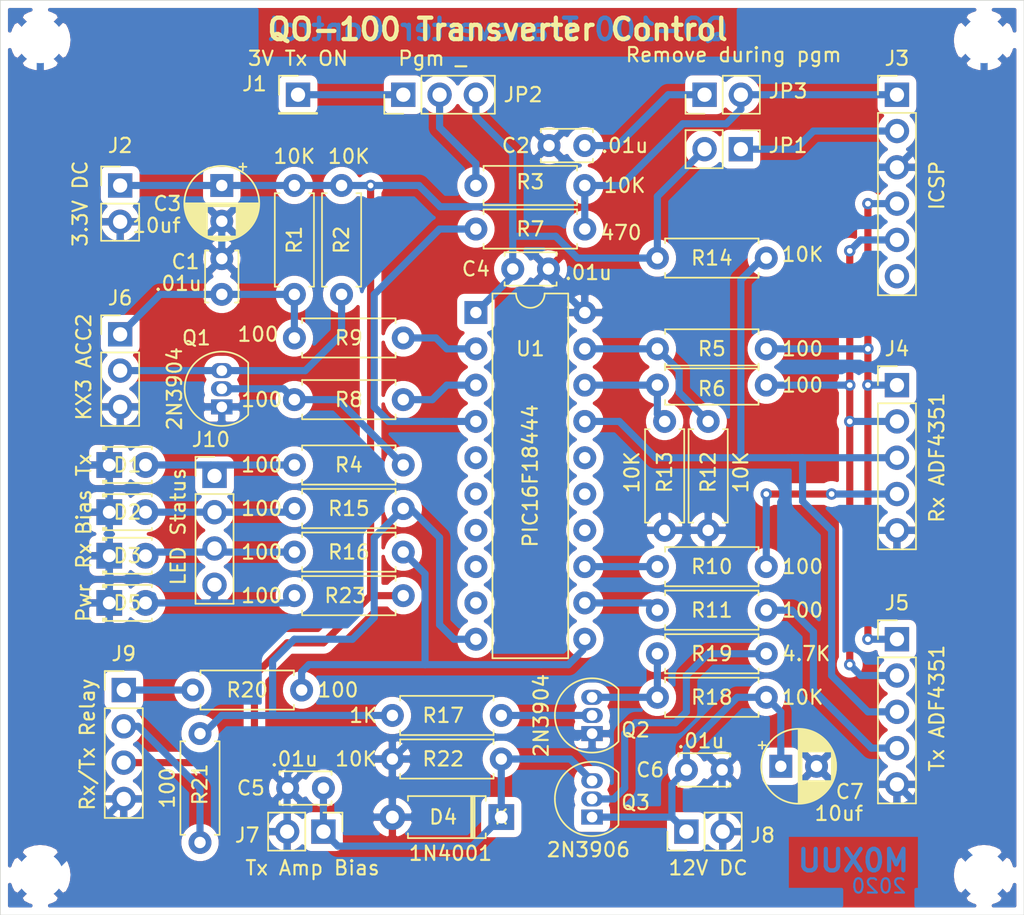
<source format=kicad_pcb>
(kicad_pcb (version 20171130) (host pcbnew "(5.1.6)-1")
  (layers (0 F.Cu signal hide) (31 B.Cu signal hide) (34 B.Paste user) (35 F.Paste user) (36 B.SilkS user) (37 F.SilkS user) (38 B.Mask user) (39 F.Mask user) (44 Edge.Cuts user))
  (net 0 "")
  (net 1 "Net-(C1-Pad1)")
  (net 2 GND)
  (net 3 "Net-(C2-Pad1)")
  (net 4 +3V3)
  (net 5 "Net-(C5-Pad1)")
  (net 6 +12V)
  (net 7 "Net-(D1-Pad2)")
  (net 8 "Net-(D2-Pad2)")
  (net 9 "Net-(D3-Pad2)")
  (net 10 "Net-(J1-Pad1)")
  (net 11 "Net-(J3-Pad1)")
  (net 12 "Net-(J3-Pad2)")
  (net 13 "Net-(J3-Pad4)")
  (net 14 "Net-(J3-Pad5)")
  (net 15 "Net-(J3-Pad6)")
  (net 16 "Net-(J4-Pad4)")
  (net 17 "Net-(J6-Pad2)")
  (net 18 "Net-(J9-Pad1)")
  (net 19 "Net-(J9-Pad2)")
  (net 20 "Net-(JP2-Pad2)")
  (net 21 "Net-(Q1-Pad2)")
  (net 22 "Net-(Q2-Pad3)")
  (net 23 "Net-(Q2-Pad2)")
  (net 24 "Net-(Q3-Pad2)")
  (net 25 "Net-(R12-Pad1)")
  (net 26 "Net-(R13-Pad1)")
  (net 27 "Net-(R7-Pad2)")
  (net 28 "Net-(R8-Pad2)")
  (net 29 "Net-(R9-Pad2)")
  (net 30 "Net-(R10-Pad2)")
  (net 31 "Net-(R11-Pad2)")
  (net 32 "Net-(R15-Pad1)")
  (net 33 "Net-(R16-Pad1)")
  (net 34 "Net-(U1-Pad14)")
  (net 35 "Net-(U1-Pad5)")
  (net 36 "Net-(U1-Pad15)")
  (net 37 "Net-(U1-Pad6)")
  (net 38 "Net-(U1-Pad16)")
  (net 39 "Net-(U1-Pad7)")
  (net 40 "Net-(U1-Pad8)")
  (net 41 "Net-(U1-Pad9)")
  (net 42 "Net-(D5-Pad2)")
  (net 43 "Net-(J4-Pad3)")
  (net 44 "Net-(J5-Pad4)")
  (module Connector_PinHeader_2.54mm:PinHeader_1x02_P2.54mm_Vertical (layer F.Cu) (at 159.766 80.518 270)
    (fp_text reference JP1 (at -0.254 -3.302) (layer F.SilkS))
    (fp_text value "Remove during pgm" (at -6.604 0.508) (layer F.SilkS))
    (pad 1 thru_hole rect (at 0 0 270) (size 1.7 1.7) (drill 1) (layers *.Cu *.Mask) (net 12 "Net-(J3-Pad2)"))
    (pad 2 thru_hole oval (at 0 2.54 270) (size 1.7 1.7) (drill 1) (layers *.Cu *.Mask) (net 4 +3V3))
  )
  (module Resistor_THT:R_Axial_DIN0207_L6.3mm_D2.5mm_P7.62mm_Horizontal (layer F.Cu) (at 161.544 112.776 180)
    (fp_text reference R11 (at 3.81 0) (layer F.SilkS))
    (fp_text value 100 (at -2.54 0) (layer F.SilkS))
    (pad 2 thru_hole oval (at 7.62 0 180) (size 1.6 1.6) (drill 0.8) (layers *.Cu *.Mask) (net 31 "Net-(R11-Pad2)"))
    (pad 1 thru_hole circle (at 0 0 180) (size 1.6 1.6) (drill 0.8) (layers *.Cu *.Mask) (net 44 "Net-(J5-Pad4)"))
  )
  (module MountingHole:MountingHole_3.2mm_M3 (layer F.Cu) (at 110.744 72.898)
    (fp_text reference TP1 hide)
    (fp_text value M3)
    (pad 1 np_thru_hole circle (at 0 0) (size 3.2 3.2) (drill 3.2) (layers *.Cu *.Mask) (net 2 GND))
  )
  (module Capacitor_THT:C_Disc_D3.4mm_W2.1mm_P2.50mm (layer F.Cu) (at 123.444 90.678 90)
    (fp_text reference C1 (at 2.286 -2.54) (layer F.SilkS))
    (fp_text value .01u (at 0.762 -3.048) (layer F.SilkS))
    (pad 1 thru_hole circle (at 0 0 90) (size 1.6 1.6) (drill 0.8) (layers *.Cu *.Mask) (net 1 "Net-(C1-Pad1)"))
    (pad 2 thru_hole circle (at 2.5 0 90) (size 1.6 1.6) (drill 0.8) (layers *.Cu *.Mask) (net 2 GND))
  )
  (module Capacitor_THT:C_Disc_D3.4mm_W2.1mm_P2.50mm (layer F.Cu) (at 148.844 80.264 180)
    (fp_text reference C2 (at 4.826 0) (layer F.SilkS))
    (fp_text value .01u (at -2.794 0) (layer F.SilkS))
    (pad 1 thru_hole circle (at 0 0 180) (size 1.6 1.6) (drill 0.8) (layers *.Cu *.Mask) (net 3 "Net-(C2-Pad1)"))
    (pad 2 thru_hole circle (at 2.5 0 180) (size 1.6 1.6) (drill 0.8) (layers *.Cu *.Mask) (net 2 GND))
  )
  (module Capacitor_THT:CP_Radial_D5.0mm_P2.50mm (layer F.Cu) (at 123.444 83.058 270)
    (fp_text reference C3 (at 1.27 3.81) (layer F.SilkS))
    (fp_text value 10uf (at 2.794 4.572) (layer F.SilkS))
    (pad 1 thru_hole rect (at 0 0 270) (size 1.6 1.6) (drill 0.8) (layers *.Cu *.Mask) (net 4 +3V3))
    (pad 2 thru_hole circle (at 2.5 0 270) (size 1.6 1.6) (drill 0.8) (layers *.Cu *.Mask) (net 2 GND))
  )
  (module Capacitor_THT:C_Disc_D3.4mm_W2.1mm_P2.50mm (layer F.Cu) (at 143.804 88.9)
    (fp_text reference C4 (at -2.58 0) (layer F.SilkS))
    (fp_text value .01u (at 5.294 0.254) (layer F.SilkS))
    (pad 2 thru_hole circle (at 2.5 0) (size 1.6 1.6) (drill 0.8) (layers *.Cu *.Mask) (net 2 GND))
    (pad 1 thru_hole circle (at 0 0) (size 1.6 1.6) (drill 0.8) (layers *.Cu *.Mask) (net 4 +3V3))
  )
  (module Capacitor_THT:C_Disc_D3.4mm_W2.1mm_P2.50mm (layer F.Cu) (at 130.556 125.222 180)
    (fp_text reference C5 (at 5.08 0) (layer F.SilkS))
    (fp_text value .01u (at 2.032 2.032) (layer F.SilkS))
    (pad 2 thru_hole circle (at 2.5 0 180) (size 1.6 1.6) (drill 0.8) (layers *.Cu *.Mask) (net 2 GND))
    (pad 1 thru_hole circle (at 0 0 180) (size 1.6 1.6) (drill 0.8) (layers *.Cu *.Mask) (net 5 "Net-(C5-Pad1)"))
  )
  (module Capacitor_THT:C_Disc_D3.4mm_W2.1mm_P2.50mm (layer F.Cu) (at 155.956 123.952)
    (fp_text reference C6 (at -2.54 0) (layer F.SilkS))
    (fp_text value .01u (at 1.016 -2.032) (layer F.SilkS))
    (pad 1 thru_hole circle (at 0 0) (size 1.6 1.6) (drill 0.8) (layers *.Cu *.Mask) (net 6 +12V))
    (pad 2 thru_hole circle (at 2.5 0) (size 1.6 1.6) (drill 0.8) (layers *.Cu *.Mask) (net 2 GND))
  )
  (module Capacitor_THT:CP_Radial_D5.0mm_P2.50mm (layer F.Cu) (at 162.56 123.698)
    (fp_text reference C7 (at 4.826 1.778) (layer F.SilkS))
    (fp_text value 10uf (at 4.064 3.302) (layer F.SilkS))
    (pad 2 thru_hole circle (at 2.5 0) (size 1.6 1.6) (drill 0.8) (layers *.Cu *.Mask) (net 2 GND))
    (pad 1 thru_hole rect (at 0 0) (size 1.6 1.6) (drill 0.8) (layers *.Cu *.Mask) (net 6 +12V))
  )
  (module LED_THT:LED_D1.8mm_W3.3mm_H2.4mm (layer F.Cu) (at 115.57 102.616)
    (fp_text reference D1 (at 1.27 0) (layer F.SilkS))
    (fp_text value LED)
    (pad 1 thru_hole rect (at 0 0) (size 1.8 1.8) (drill 0.9) (layers *.Cu *.Mask) (net 2 GND))
    (pad 2 thru_hole circle (at 2.54 0) (size 1.8 1.8) (drill 0.9) (layers *.Cu *.Mask) (net 7 "Net-(D1-Pad2)"))
  )
  (module LED_THT:LED_D1.8mm_W3.3mm_H2.4mm (layer F.Cu) (at 115.57 105.918)
    (fp_text reference D2 (at 1.27 0 180) (layer F.SilkS))
    (fp_text value LED)
    (pad 1 thru_hole rect (at 0 0) (size 1.8 1.8) (drill 0.9) (layers *.Cu *.Mask) (net 2 GND))
    (pad 2 thru_hole circle (at 2.54 0) (size 1.8 1.8) (drill 0.9) (layers *.Cu *.Mask) (net 8 "Net-(D2-Pad2)"))
  )
  (module LED_THT:LED_D1.8mm_W3.3mm_H2.4mm (layer F.Cu) (at 115.57 108.966)
    (fp_text reference D3 (at 1.27 0) (layer F.SilkS))
    (fp_text value LED)
    (pad 2 thru_hole circle (at 2.54 0) (size 1.8 1.8) (drill 0.9) (layers *.Cu *.Mask) (net 9 "Net-(D3-Pad2)"))
    (pad 1 thru_hole rect (at 0 0) (size 1.8 1.8) (drill 0.9) (layers *.Cu *.Mask) (net 2 GND))
  )
  (module Connector_PinHeader_2.54mm:PinHeader_1x01_P2.54mm_Vertical (layer F.Cu) (at 128.778 76.708)
    (fp_text reference J1 (at -3.048 -0.762) (layer F.SilkS))
    (fp_text value "3V Tx ON" (at 0 -2.54) (layer F.SilkS))
    (pad 1 thru_hole rect (at 0 0) (size 1.7 1.7) (drill 1) (layers *.Cu *.Mask) (net 10 "Net-(J1-Pad1)"))
  )
  (module Connector_PinHeader_2.54mm:PinHeader_1x02_P2.54mm_Vertical (layer F.Cu) (at 116.332 83.058)
    (fp_text reference J2 (at 0 -2.794) (layer F.SilkS))
    (fp_text value "3.3V DC" (at -2.794 1.27 90) (layer F.SilkS))
    (pad 2 thru_hole oval (at 0 2.54) (size 1.7 1.7) (drill 1) (layers *.Cu *.Mask) (net 2 GND))
    (pad 1 thru_hole rect (at 0 0) (size 1.7 1.7) (drill 1) (layers *.Cu *.Mask) (net 4 +3V3))
  )
  (module Connector_PinHeader_2.54mm:PinHeader_1x06_P2.54mm_Vertical (layer F.Cu) (at 170.688 76.708)
    (fp_text reference J3 (at 0 -2.54) (layer F.SilkS))
    (fp_text value ICSP (at 2.794 6.35 90) (layer F.SilkS))
    (pad 1 thru_hole rect (at 0 0) (size 1.7 1.7) (drill 1) (layers *.Cu *.Mask) (net 11 "Net-(J3-Pad1)"))
    (pad 2 thru_hole oval (at 0 2.54) (size 1.7 1.7) (drill 1) (layers *.Cu *.Mask) (net 12 "Net-(J3-Pad2)"))
    (pad 3 thru_hole oval (at 0 5.08) (size 1.7 1.7) (drill 1) (layers *.Cu *.Mask) (net 2 GND))
    (pad 4 thru_hole oval (at 0 7.62) (size 1.7 1.7) (drill 1) (layers *.Cu *.Mask) (net 13 "Net-(J3-Pad4)"))
    (pad 5 thru_hole oval (at 0 10.16) (size 1.7 1.7) (drill 1) (layers *.Cu *.Mask) (net 14 "Net-(J3-Pad5)"))
    (pad 6 thru_hole oval (at 0 12.7) (size 1.7 1.7) (drill 1) (layers *.Cu *.Mask) (net 15 "Net-(J3-Pad6)"))
  )
  (module Connector_PinHeader_2.54mm:PinHeader_1x03_P2.54mm_Vertical (layer F.Cu) (at 116.332 93.472)
    (fp_text reference J6 (at 0 -2.54) (layer F.SilkS))
    (fp_text value "KX3 ACC2" (at -2.54 2.286 90) (layer F.SilkS))
    (pad 1 thru_hole rect (at 0 0) (size 1.7 1.7) (drill 1) (layers *.Cu *.Mask) (net 1 "Net-(C1-Pad1)"))
    (pad 2 thru_hole oval (at 0 2.54) (size 1.7 1.7) (drill 1) (layers *.Cu *.Mask) (net 17 "Net-(J6-Pad2)"))
    (pad 3 thru_hole oval (at 0 5.08) (size 1.7 1.7) (drill 1) (layers *.Cu *.Mask) (net 2 GND))
  )
  (module Connector_PinHeader_2.54mm:PinHeader_1x02_P2.54mm_Vertical (layer F.Cu) (at 130.556 128.27 270)
    (fp_text reference J7 (at 0.254 5.334) (layer F.SilkS))
    (fp_text value "Tx Amp Bias" (at 2.54 0.762) (layer F.SilkS))
    (pad 2 thru_hole oval (at 0 2.54 270) (size 1.7 1.7) (drill 1) (layers *.Cu *.Mask) (net 2 GND))
    (pad 1 thru_hole rect (at 0 0 270) (size 1.7 1.7) (drill 1) (layers *.Cu *.Mask) (net 5 "Net-(C5-Pad1)"))
  )
  (module Connector_PinHeader_2.54mm:PinHeader_1x02_P2.54mm_Vertical (layer F.Cu) (at 155.956 128.27 90)
    (fp_text reference J8 (at -0.254 5.334) (layer F.SilkS))
    (fp_text value "12V DC" (at -2.54 1.524) (layer F.SilkS))
    (pad 1 thru_hole rect (at 0 0 90) (size 1.7 1.7) (drill 1) (layers *.Cu *.Mask) (net 6 +12V))
    (pad 2 thru_hole oval (at 0 2.54 90) (size 1.7 1.7) (drill 1) (layers *.Cu *.Mask) (net 2 GND))
  )
  (module Connector_PinHeader_2.54mm:PinHeader_1x03_P2.54mm_Vertical (layer F.Cu) (at 136.144 76.708 90)
    (fp_text reference JP2 (at 0 8.382) (layer F.SilkS))
    (fp_text value "Pgm _" (at 2.54 2.032) (layer F.SilkS))
    (pad 3 thru_hole oval (at 0 5.08 90) (size 1.7 1.7) (drill 1) (layers *.Cu *.Mask) (net 4 +3V3))
    (pad 2 thru_hole oval (at 0 2.54 90) (size 1.7 1.7) (drill 1) (layers *.Cu *.Mask) (net 20 "Net-(JP2-Pad2)"))
    (pad 1 thru_hole rect (at 0 0 90) (size 1.7 1.7) (drill 1) (layers *.Cu *.Mask) (net 10 "Net-(J1-Pad1)"))
  )
  (module Connector_PinHeader_2.54mm:PinHeader_1x02_P2.54mm_Vertical (layer F.Cu) (at 157.226 76.708 90)
    (fp_text reference JP3 (at 0.254 5.842) (layer F.SilkS))
    (fp_text value "Remove during pgm")
    (pad 1 thru_hole rect (at 0 0 90) (size 1.7 1.7) (drill 1) (layers *.Cu *.Mask) (net 3 "Net-(C2-Pad1)"))
    (pad 2 thru_hole oval (at 0 2.54 90) (size 1.7 1.7) (drill 1) (layers *.Cu *.Mask) (net 11 "Net-(J3-Pad1)"))
  )
  (module Package_TO_SOT_THT:TO-92_Inline (layer F.Cu) (at 123.444 98.552 90)
    (fp_text reference Q1 (at 4.826 -1.778) (layer F.SilkS))
    (fp_text value 2N3904 (at 1.27 -3.302 90) (layer F.SilkS))
    (pad 2 thru_hole oval (at 1.27 0 90) (size 1.05 1.5) (drill 0.75) (layers *.Cu *.Mask) (net 21 "Net-(Q1-Pad2)"))
    (pad 3 thru_hole oval (at 2.54 0 90) (size 1.05 1.5) (drill 0.75) (layers *.Cu *.Mask) (net 17 "Net-(J6-Pad2)"))
    (pad 1 thru_hole rect (at 0 0 90) (size 1.05 1.5) (drill 0.75) (layers *.Cu *.Mask) (net 2 GND))
  )
  (module Package_TO_SOT_THT:TO-92_Inline (layer F.Cu) (at 149.352 121.412 90)
    (fp_text reference Q2 (at 0.254 3.048) (layer F.SilkS))
    (fp_text value 2N3904 (at 1.27 -3.556 90) (layer F.SilkS))
    (pad 1 thru_hole rect (at 0 0 90) (size 1.05 1.5) (drill 0.75) (layers *.Cu *.Mask) (net 2 GND))
    (pad 3 thru_hole oval (at 2.54 0 90) (size 1.05 1.5) (drill 0.75) (layers *.Cu *.Mask) (net 22 "Net-(Q2-Pad3)"))
    (pad 2 thru_hole oval (at 1.27 0 90) (size 1.05 1.5) (drill 0.75) (layers *.Cu *.Mask) (net 23 "Net-(Q2-Pad2)"))
  )
  (module Package_TO_SOT_THT:TO-92_Inline (layer F.Cu) (at 149.352 127.254 90)
    (fp_text reference Q3 (at 1.016 3.048) (layer F.SilkS))
    (fp_text value 2N3906 (at -2.286 -0.254) (layer F.SilkS))
    (pad 2 thru_hole oval (at 1.27 0 90) (size 1.05 1.5) (drill 0.75) (layers *.Cu *.Mask) (net 24 "Net-(Q3-Pad2)"))
    (pad 3 thru_hole oval (at 2.54 0 90) (size 1.05 1.5) (drill 0.75) (layers *.Cu *.Mask) (net 5 "Net-(C5-Pad1)"))
    (pad 1 thru_hole rect (at 0 0 90) (size 1.05 1.5) (drill 0.75) (layers *.Cu *.Mask) (net 6 +12V))
  )
  (module Package_DIP:DIP-20_W7.62mm (layer F.Cu) (at 141.224 91.948)
    (fp_text reference U1 (at 3.81 2.54) (layer F.SilkS))
    (fp_text value PIC16F18444 (at 3.81 11.43 90) (layer F.SilkS))
    (pad 1 thru_hole rect (at 0 0) (size 1.6 1.6) (drill 0.8) (layers *.Cu *.Mask) (net 4 +3V3))
    (pad 11 thru_hole oval (at 7.62 22.86) (size 1.6 1.6) (drill 0.8) (layers *.Cu *.Mask) (net 33 "Net-(R16-Pad1)"))
    (pad 2 thru_hole oval (at 0 2.54) (size 1.6 1.6) (drill 0.8) (layers *.Cu *.Mask) (net 29 "Net-(R9-Pad2)"))
    (pad 12 thru_hole oval (at 7.62 20.32) (size 1.6 1.6) (drill 0.8) (layers *.Cu *.Mask) (net 31 "Net-(R11-Pad2)"))
    (pad 3 thru_hole oval (at 0 5.08) (size 1.6 1.6) (drill 0.8) (layers *.Cu *.Mask) (net 28 "Net-(R8-Pad2)"))
    (pad 13 thru_hole oval (at 7.62 17.78) (size 1.6 1.6) (drill 0.8) (layers *.Cu *.Mask) (net 30 "Net-(R10-Pad2)"))
    (pad 4 thru_hole oval (at 0 7.62) (size 1.6 1.6) (drill 0.8) (layers *.Cu *.Mask) (net 27 "Net-(R7-Pad2)"))
    (pad 14 thru_hole oval (at 7.62 15.24) (size 1.6 1.6) (drill 0.8) (layers *.Cu *.Mask) (net 34 "Net-(U1-Pad14)"))
    (pad 5 thru_hole oval (at 0 10.16) (size 1.6 1.6) (drill 0.8) (layers *.Cu *.Mask) (net 35 "Net-(U1-Pad5)"))
    (pad 15 thru_hole oval (at 7.62 12.7) (size 1.6 1.6) (drill 0.8) (layers *.Cu *.Mask) (net 36 "Net-(U1-Pad15)"))
    (pad 6 thru_hole oval (at 0 12.7) (size 1.6 1.6) (drill 0.8) (layers *.Cu *.Mask) (net 37 "Net-(U1-Pad6)"))
    (pad 16 thru_hole oval (at 7.62 10.16) (size 1.6 1.6) (drill 0.8) (layers *.Cu *.Mask) (net 38 "Net-(U1-Pad16)"))
    (pad 7 thru_hole oval (at 0 15.24) (size 1.6 1.6) (drill 0.8) (layers *.Cu *.Mask) (net 39 "Net-(U1-Pad7)"))
    (pad 17 thru_hole oval (at 7.62 7.62) (size 1.6 1.6) (drill 0.8) (layers *.Cu *.Mask) (net 43 "Net-(J4-Pad3)"))
    (pad 8 thru_hole oval (at 0 17.78) (size 1.6 1.6) (drill 0.8) (layers *.Cu *.Mask) (net 40 "Net-(U1-Pad8)"))
    (pad 18 thru_hole oval (at 7.62 5.08) (size 1.6 1.6) (drill 0.8) (layers *.Cu *.Mask) (net 26 "Net-(R13-Pad1)"))
    (pad 9 thru_hole oval (at 0 20.32) (size 1.6 1.6) (drill 0.8) (layers *.Cu *.Mask) (net 41 "Net-(U1-Pad9)"))
    (pad 19 thru_hole oval (at 7.62 2.54) (size 1.6 1.6) (drill 0.8) (layers *.Cu *.Mask) (net 25 "Net-(R12-Pad1)"))
    (pad 10 thru_hole oval (at 0 22.86) (size 1.6 1.6) (drill 0.8) (layers *.Cu *.Mask) (net 32 "Net-(R15-Pad1)"))
    (pad 20 thru_hole oval (at 7.62 0) (size 1.6 1.6) (drill 0.8) (layers *.Cu *.Mask) (net 2 GND))
  )
  (module Resistor_THT:R_Axial_DIN0207_L6.3mm_D2.5mm_P7.62mm_Horizontal (layer F.Cu) (at 128.524 83.058 270)
    (fp_text reference R1 (at 3.81 0 90) (layer F.SilkS))
    (fp_text value 10K (at -2.032 0) (layer F.SilkS))
    (pad 1 thru_hole circle (at 0 0 270) (size 1.6 1.6) (drill 0.8) (layers *.Cu *.Mask) (net 4 +3V3))
    (pad 2 thru_hole oval (at 7.62 0 270) (size 1.6 1.6) (drill 0.8) (layers *.Cu *.Mask) (net 1 "Net-(C1-Pad1)"))
  )
  (module Resistor_THT:R_Axial_DIN0207_L6.3mm_D2.5mm_P7.62mm_Horizontal (layer F.Cu) (at 131.826 83.058 270)
    (fp_text reference R2 (at 3.81 0 270) (layer F.SilkS))
    (fp_text value 10K (at -2.032 -0.508) (layer F.SilkS))
    (pad 2 thru_hole oval (at 7.62 0 270) (size 1.6 1.6) (drill 0.8) (layers *.Cu *.Mask) (net 17 "Net-(J6-Pad2)"))
    (pad 1 thru_hole circle (at 0 0 270) (size 1.6 1.6) (drill 0.8) (layers *.Cu *.Mask) (net 4 +3V3))
  )
  (module Resistor_THT:R_Axial_DIN0207_L6.3mm_D2.5mm_P7.62mm_Horizontal (layer F.Cu) (at 141.224 83.058)
    (fp_text reference R3 (at 3.81 -0.254) (layer F.SilkS))
    (fp_text value 10K (at 10.414 0) (layer F.SilkS))
    (pad 2 thru_hole oval (at 7.62 0) (size 1.6 1.6) (drill 0.8) (layers *.Cu *.Mask) (net 11 "Net-(J3-Pad1)"))
    (pad 1 thru_hole circle (at 0 0) (size 1.6 1.6) (drill 0.8) (layers *.Cu *.Mask) (net 20 "Net-(JP2-Pad2)"))
  )
  (module Resistor_THT:R_Axial_DIN0207_L6.3mm_D2.5mm_P7.62mm_Horizontal (layer F.Cu) (at 128.524 102.616)
    (fp_text reference R4 (at 3.81 0) (layer F.SilkS))
    (fp_text value 100 (at -2.286 0) (layer F.SilkS))
    (pad 1 thru_hole circle (at 0 0) (size 1.6 1.6) (drill 0.8) (layers *.Cu *.Mask) (net 7 "Net-(D1-Pad2)"))
    (pad 2 thru_hole oval (at 7.62 0) (size 1.6 1.6) (drill 0.8) (layers *.Cu *.Mask) (net 21 "Net-(Q1-Pad2)"))
  )
  (module Resistor_THT:R_Axial_DIN0207_L6.3mm_D2.5mm_P7.62mm_Horizontal (layer F.Cu) (at 161.544 94.488 180)
    (fp_text reference R5 (at 3.81 0) (layer F.SilkS))
    (fp_text value 100 (at -2.54 0) (layer F.SilkS))
    (pad 2 thru_hole oval (at 7.62 0 180) (size 1.6 1.6) (drill 0.8) (layers *.Cu *.Mask) (net 25 "Net-(R12-Pad1)"))
    (pad 1 thru_hole circle (at 0 0 180) (size 1.6 1.6) (drill 0.8) (layers *.Cu *.Mask) (net 13 "Net-(J3-Pad4)"))
  )
  (module Resistor_THT:R_Axial_DIN0207_L6.3mm_D2.5mm_P7.62mm_Horizontal (layer F.Cu) (at 161.544 97.028 180)
    (fp_text reference R6 (at 3.81 -0.254) (layer F.SilkS))
    (fp_text value 100 (at -2.54 0) (layer F.SilkS))
    (pad 1 thru_hole circle (at 0 0 180) (size 1.6 1.6) (drill 0.8) (layers *.Cu *.Mask) (net 14 "Net-(J3-Pad5)"))
    (pad 2 thru_hole oval (at 7.62 0 180) (size 1.6 1.6) (drill 0.8) (layers *.Cu *.Mask) (net 26 "Net-(R13-Pad1)"))
  )
  (module Resistor_THT:R_Axial_DIN0207_L6.3mm_D2.5mm_P7.62mm_Horizontal (layer F.Cu) (at 148.844 86.106 180)
    (fp_text reference R7 (at 3.81 0) (layer F.SilkS))
    (fp_text value 470 (at -2.54 -0.254) (layer F.SilkS))
    (pad 2 thru_hole oval (at 7.62 0 180) (size 1.6 1.6) (drill 0.8) (layers *.Cu *.Mask) (net 27 "Net-(R7-Pad2)"))
    (pad 1 thru_hole circle (at 0 0 180) (size 1.6 1.6) (drill 0.8) (layers *.Cu *.Mask) (net 11 "Net-(J3-Pad1)"))
  )
  (module Resistor_THT:R_Axial_DIN0207_L6.3mm_D2.5mm_P7.62mm_Horizontal (layer F.Cu) (at 128.524 98.044)
    (fp_text reference R8 (at 3.81 0) (layer F.SilkS))
    (fp_text value 100 (at -2.286 0) (layer F.SilkS))
    (pad 1 thru_hole circle (at 0 0) (size 1.6 1.6) (drill 0.8) (layers *.Cu *.Mask) (net 21 "Net-(Q1-Pad2)"))
    (pad 2 thru_hole oval (at 7.62 0) (size 1.6 1.6) (drill 0.8) (layers *.Cu *.Mask) (net 28 "Net-(R8-Pad2)"))
  )
  (module Resistor_THT:R_Axial_DIN0207_L6.3mm_D2.5mm_P7.62mm_Horizontal (layer F.Cu) (at 128.524 93.726)
    (fp_text reference R9 (at 3.81 0) (layer F.SilkS))
    (fp_text value 100 (at -2.54 -0.254) (layer F.SilkS))
    (pad 2 thru_hole oval (at 7.62 0) (size 1.6 1.6) (drill 0.8) (layers *.Cu *.Mask) (net 29 "Net-(R9-Pad2)"))
    (pad 1 thru_hole circle (at 0 0) (size 1.6 1.6) (drill 0.8) (layers *.Cu *.Mask) (net 1 "Net-(C1-Pad1)"))
  )
  (module Resistor_THT:R_Axial_DIN0207_L6.3mm_D2.5mm_P7.62mm_Horizontal (layer F.Cu) (at 161.544 109.728 180)
    (fp_text reference R10 (at 3.81 0) (layer F.SilkS))
    (fp_text value 100 (at -2.54 0) (layer F.SilkS))
    (pad 1 thru_hole circle (at 0 0 180) (size 1.6 1.6) (drill 0.8) (layers *.Cu *.Mask) (net 16 "Net-(J4-Pad4)"))
    (pad 2 thru_hole oval (at 7.62 0 180) (size 1.6 1.6) (drill 0.8) (layers *.Cu *.Mask) (net 30 "Net-(R10-Pad2)"))
  )
  (module Resistor_THT:R_Axial_DIN0207_L6.3mm_D2.5mm_P7.62mm_Horizontal (layer F.Cu) (at 157.48 99.568 270)
    (fp_text reference R12 (at 3.556 0 90) (layer F.SilkS))
    (fp_text value 10K (at 3.556 -2.286 90) (layer F.SilkS))
    (pad 1 thru_hole circle (at 0 0 270) (size 1.6 1.6) (drill 0.8) (layers *.Cu *.Mask) (net 25 "Net-(R12-Pad1)"))
    (pad 2 thru_hole oval (at 7.62 0 270) (size 1.6 1.6) (drill 0.8) (layers *.Cu *.Mask) (net 2 GND))
  )
  (module Resistor_THT:R_Axial_DIN0207_L6.3mm_D2.5mm_P7.62mm_Horizontal (layer F.Cu) (at 154.432 99.568 270)
    (fp_text reference R13 (at 3.556 0 90) (layer F.SilkS))
    (fp_text value 10K (at 3.556 2.286 90) (layer F.SilkS))
    (pad 1 thru_hole circle (at 0 0 270) (size 1.6 1.6) (drill 0.8) (layers *.Cu *.Mask) (net 26 "Net-(R13-Pad1)"))
    (pad 2 thru_hole oval (at 7.62 0 270) (size 1.6 1.6) (drill 0.8) (layers *.Cu *.Mask) (net 2 GND))
  )
  (module Resistor_THT:R_Axial_DIN0207_L6.3mm_D2.5mm_P7.62mm_Horizontal (layer F.Cu) (at 153.924 88.138)
    (fp_text reference R14 (at 3.81 0) (layer F.SilkS))
    (fp_text value 10K (at 10.16 -0.254) (layer F.SilkS))
    (pad 1 thru_hole circle (at 0 0) (size 1.6 1.6) (drill 0.8) (layers *.Cu *.Mask) (net 4 +3V3))
    (pad 2 thru_hole oval (at 7.62 0) (size 1.6 1.6) (drill 0.8) (layers *.Cu *.Mask) (net 43 "Net-(J4-Pad3)"))
  )
  (module Resistor_THT:R_Axial_DIN0207_L6.3mm_D2.5mm_P7.62mm_Horizontal (layer F.Cu) (at 136.144 105.664 180)
    (fp_text reference R15 (at 3.81 0) (layer F.SilkS))
    (fp_text value 100 (at 9.906 0) (layer F.SilkS))
    (pad 1 thru_hole circle (at 0 0 180) (size 1.6 1.6) (drill 0.8) (layers *.Cu *.Mask) (net 32 "Net-(R15-Pad1)"))
    (pad 2 thru_hole oval (at 7.62 0 180) (size 1.6 1.6) (drill 0.8) (layers *.Cu *.Mask) (net 8 "Net-(D2-Pad2)"))
  )
  (module Resistor_THT:R_Axial_DIN0207_L6.3mm_D2.5mm_P7.62mm_Horizontal (layer F.Cu) (at 136.144 108.712 180)
    (fp_text reference R16 (at 3.81 0) (layer F.SilkS))
    (fp_text value 100 (at 9.906 0) (layer F.SilkS))
    (pad 2 thru_hole oval (at 7.62 0 180) (size 1.6 1.6) (drill 0.8) (layers *.Cu *.Mask) (net 9 "Net-(D3-Pad2)"))
    (pad 1 thru_hole circle (at 0 0 180) (size 1.6 1.6) (drill 0.8) (layers *.Cu *.Mask) (net 33 "Net-(R16-Pad1)"))
  )
  (module Resistor_THT:R_Axial_DIN0207_L6.3mm_D2.5mm_P7.62mm_Horizontal (layer F.Cu) (at 143.002 120.142 180)
    (fp_text reference R17 (at 4.064 0) (layer F.SilkS))
    (fp_text value 1K (at 9.652 0) (layer F.SilkS))
    (pad 2 thru_hole oval (at 7.62 0 180) (size 1.6 1.6) (drill 0.8) (layers *.Cu *.Mask) (net 32 "Net-(R15-Pad1)"))
    (pad 1 thru_hole circle (at 0 0 180) (size 1.6 1.6) (drill 0.8) (layers *.Cu *.Mask) (net 23 "Net-(Q2-Pad2)"))
  )
  (module Resistor_THT:R_Axial_DIN0207_L6.3mm_D2.5mm_P7.62mm_Horizontal (layer F.Cu) (at 161.544 118.872 180)
    (fp_text reference R18 (at 3.81 0) (layer F.SilkS))
    (fp_text value 10K (at -2.54 0) (layer F.SilkS))
    (pad 1 thru_hole circle (at 0 0 180) (size 1.6 1.6) (drill 0.8) (layers *.Cu *.Mask) (net 6 +12V))
    (pad 2 thru_hole oval (at 7.62 0 180) (size 1.6 1.6) (drill 0.8) (layers *.Cu *.Mask) (net 22 "Net-(Q2-Pad3)"))
  )
  (module Resistor_THT:R_Axial_DIN0207_L6.3mm_D2.5mm_P7.62mm_Horizontal (layer F.Cu) (at 161.544 115.824 180)
    (fp_text reference R19 (at 3.81 0) (layer F.SilkS))
    (fp_text value 4.7K (at -2.794 0) (layer F.SilkS))
    (pad 2 thru_hole oval (at 7.62 0 180) (size 1.6 1.6) (drill 0.8) (layers *.Cu *.Mask) (net 22 "Net-(Q2-Pad3)"))
    (pad 1 thru_hole circle (at 0 0 180) (size 1.6 1.6) (drill 0.8) (layers *.Cu *.Mask) (net 24 "Net-(Q3-Pad2)"))
  )
  (module Resistor_THT:R_Axial_DIN0207_L6.3mm_D2.5mm_P7.62mm_Horizontal (layer F.Cu) (at 129.032 118.364 180)
    (fp_text reference R20 (at 3.81 0) (layer F.SilkS))
    (fp_text value 100 (at -2.54 0) (layer F.SilkS))
    (pad 2 thru_hole oval (at 7.62 0 180) (size 1.6 1.6) (drill 0.8) (layers *.Cu *.Mask) (net 18 "Net-(J9-Pad1)"))
    (pad 1 thru_hole circle (at 0 0 180) (size 1.6 1.6) (drill 0.8) (layers *.Cu *.Mask) (net 33 "Net-(R16-Pad1)"))
  )
  (module Resistor_THT:R_Axial_DIN0207_L6.3mm_D2.5mm_P7.62mm_Horizontal (layer F.Cu) (at 121.92 121.412 270)
    (fp_text reference R21 (at 3.556 0 90) (layer F.SilkS))
    (fp_text value 100 (at 3.81 2.286 90) (layer F.SilkS))
    (pad 1 thru_hole circle (at 0 0 270) (size 1.6 1.6) (drill 0.8) (layers *.Cu *.Mask) (net 32 "Net-(R15-Pad1)"))
    (pad 2 thru_hole oval (at 7.62 0 270) (size 1.6 1.6) (drill 0.8) (layers *.Cu *.Mask) (net 19 "Net-(J9-Pad2)"))
  )
  (module Resistor_THT:R_Axial_DIN0207_L6.3mm_D2.5mm_P7.62mm_Horizontal (layer F.Cu) (at 143.002 123.19 180)
    (fp_text reference R22 (at 4.064 0) (layer F.SilkS))
    (fp_text value 10K (at 10.16 0) (layer F.SilkS))
    (pad 2 thru_hole oval (at 7.62 0 180) (size 1.6 1.6) (drill 0.8) (layers *.Cu *.Mask) (net 2 GND))
    (pad 1 thru_hole circle (at 0 0 180) (size 1.6 1.6) (drill 0.8) (layers *.Cu *.Mask) (net 5 "Net-(C5-Pad1)"))
  )
  (module Diode_THT:D_A-405_P7.62mm_Horizontal (layer F.Cu) (at 143.002 127.254 180)
    (fp_text reference D4 (at 4.064 0) (layer F.SilkS))
    (fp_text value 1N4001 (at 3.556 -2.54) (layer F.SilkS))
    (fp_text user K (at 0 0) (layer F.SilkS))
    (pad 1 thru_hole rect (at 0 0 180) (size 1.8 1.8) (drill 0.9) (layers *.Cu *.Mask) (net 5 "Net-(C5-Pad1)"))
    (pad 2 thru_hole oval (at 7.62 0 180) (size 1.8 1.8) (drill 0.9) (layers *.Cu *.Mask) (net 2 GND))
  )
  (module LED_THT:LED_D1.8mm_W3.3mm_H2.4mm (layer F.Cu) (at 115.57 112.268)
    (fp_text reference D5 (at 1.27 0) (layer F.SilkS))
    (fp_text value LED)
    (pad 1 thru_hole rect (at 0 0) (size 1.8 1.8) (drill 0.9) (layers *.Cu *.Mask) (net 2 GND))
    (pad 2 thru_hole circle (at 2.54 0) (size 1.8 1.8) (drill 0.9) (layers *.Cu *.Mask) (net 42 "Net-(D5-Pad2)"))
  )
  (module Connector_PinHeader_2.54mm:PinHeader_1x05_P2.54mm_Vertical (layer F.Cu) (at 170.688 97.028)
    (fp_text reference J4 (at 0 -2.54) (layer F.SilkS))
    (fp_text value "Rx ADF4351" (at 2.794 5.08 90) (layer F.SilkS))
    (pad 5 thru_hole oval (at 0 10.16) (size 1.7 1.7) (drill 1) (layers *.Cu *.Mask) (net 2 GND))
    (pad 4 thru_hole oval (at 0 7.62) (size 1.7 1.7) (drill 1) (layers *.Cu *.Mask) (net 16 "Net-(J4-Pad4)"))
    (pad 3 thru_hole oval (at 0 5.08) (size 1.7 1.7) (drill 1) (layers *.Cu *.Mask) (net 43 "Net-(J4-Pad3)"))
    (pad 2 thru_hole oval (at 0 2.54) (size 1.7 1.7) (drill 1) (layers *.Cu *.Mask) (net 14 "Net-(J3-Pad5)"))
    (pad 1 thru_hole rect (at 0 0) (size 1.7 1.7) (drill 1) (layers *.Cu *.Mask) (net 13 "Net-(J3-Pad4)"))
  )
  (module Connector_PinHeader_2.54mm:PinHeader_1x05_P2.54mm_Vertical (layer F.Cu) (at 170.688 114.808)
    (fp_text reference J5 (at 0 -2.54) (layer F.SilkS))
    (fp_text value "Tx ADF4351" (at 2.794 4.826 90) (layer F.SilkS))
    (pad 1 thru_hole rect (at 0 0) (size 1.7 1.7) (drill 1) (layers *.Cu *.Mask) (net 13 "Net-(J3-Pad4)"))
    (pad 2 thru_hole oval (at 0 2.54) (size 1.7 1.7) (drill 1) (layers *.Cu *.Mask) (net 14 "Net-(J3-Pad5)"))
    (pad 3 thru_hole oval (at 0 5.08) (size 1.7 1.7) (drill 1) (layers *.Cu *.Mask) (net 43 "Net-(J4-Pad3)"))
    (pad 4 thru_hole oval (at 0 7.62) (size 1.7 1.7) (drill 1) (layers *.Cu *.Mask) (net 44 "Net-(J5-Pad4)"))
    (pad 5 thru_hole oval (at 0 10.16) (size 1.7 1.7) (drill 1) (layers *.Cu *.Mask) (net 2 GND))
  )
  (module Connector_PinHeader_2.54mm:PinHeader_1x04_P2.54mm_Vertical (layer F.Cu) (at 116.586 118.364)
    (fp_text reference J9 (at 0 -2.54) (layer F.SilkS))
    (fp_text value "Rx/Tx Relay" (at -2.54 3.81 90) (layer F.SilkS))
    (pad 4 thru_hole oval (at 0 7.62) (size 1.7 1.7) (drill 1) (layers *.Cu *.Mask) (net 2 GND))
    (pad 3 thru_hole oval (at 0 5.08) (size 1.7 1.7) (drill 1) (layers *.Cu *.Mask) (net 4 +3V3))
    (pad 2 thru_hole oval (at 0 2.54) (size 1.7 1.7) (drill 1) (layers *.Cu *.Mask) (net 19 "Net-(J9-Pad2)"))
    (pad 1 thru_hole rect (at 0 0) (size 1.7 1.7) (drill 1) (layers *.Cu *.Mask) (net 18 "Net-(J9-Pad1)"))
  )
  (module Connector_PinHeader_2.54mm:PinHeader_1x04_P2.54mm_Vertical (layer F.Cu) (at 122.936 103.378)
    (fp_text reference J10 (at -0.254 -2.54) (layer F.SilkS))
    (fp_text value "LED Status" (at -2.54 3.556 90) (layer F.SilkS))
    (pad 1 thru_hole rect (at 0 0) (size 1.7 1.7) (drill 1) (layers *.Cu *.Mask) (net 7 "Net-(D1-Pad2)"))
    (pad 2 thru_hole oval (at 0 2.54) (size 1.7 1.7) (drill 1) (layers *.Cu *.Mask) (net 8 "Net-(D2-Pad2)"))
    (pad 3 thru_hole oval (at 0 5.08) (size 1.7 1.7) (drill 1) (layers *.Cu *.Mask) (net 9 "Net-(D3-Pad2)"))
    (pad 4 thru_hole oval (at 0 7.62) (size 1.7 1.7) (drill 1) (layers *.Cu *.Mask) (net 42 "Net-(D5-Pad2)"))
  )
  (module Resistor_THT:R_Axial_DIN0207_L6.3mm_D2.5mm_P7.62mm_Horizontal (layer F.Cu) (at 136.144 111.76 180)
    (fp_text reference R23 (at 4.064 0) (layer F.SilkS))
    (fp_text value 100 (at 9.906 0) (layer F.SilkS))
    (pad 1 thru_hole circle (at 0 0 180) (size 1.6 1.6) (drill 0.8) (layers *.Cu *.Mask) (net 4 +3V3))
    (pad 2 thru_hole oval (at 7.62 0 180) (size 1.6 1.6) (drill 0.8) (layers *.Cu *.Mask) (net 42 "Net-(D5-Pad2)"))
  )
  (module MountingHole:MountingHole_3.2mm_M3 (layer F.Cu) (at 176.784 72.898)
    (fp_text reference TP2 hide)
    (fp_text value M3)
    (pad 1 np_thru_hole circle (at 0 0) (size 3.2 3.2) (drill 3.2) (layers *.Cu *.Mask) (net 2 GND))
  )
  (module MountingHole:MountingHole_3.2mm_M3 (layer F.Cu) (at 176.784 131.318)
    (fp_text reference TP3 hide)
    (fp_text value M3)
    (pad 1 np_thru_hole circle (at 0 0) (size 3.2 3.2) (drill 3.2) (layers *.Cu *.Mask) (net 2 GND))
  )
  (module MountingHole:MountingHole_3.2mm_M3 (layer F.Cu) (at 110.744 131.318)
    (fp_text reference TP4 hide)
    (fp_text value M3)
    (pad 1 np_thru_hole circle (at 0 0) (size 3.2 3.2) (drill 3.2) (layers *.Cu *.Mask) (net 2 GND))
  )
  (gr_line (start 107.95 134.112) (end 107.95 70.104) (layer Edge.Cuts) (width 0.05))
  (gr_line (start 179.578 134.112) (end 107.95 134.112) (layer Edge.Cuts) (width 0.05))
  (gr_line (start 179.578 70.104) (end 179.578 134.112) (layer Edge.Cuts) (width 0.05))
  (gr_line (start 107.95 70.104) (end 179.578 70.104) (layer Edge.Cuts) (width 0.05))
  (gr_text "QO-100 Transverter Control" (at 142.748 72.136) (layer F.SilkS) (effects (font (size 1.5 1.5) (thickness 0.3))))
  (gr_text 2020 (at 169.418 132.08) (layer B.Cu) (effects (font (size 1 1)) (justify mirror)))
  (gr_text M0XUU (at 167.64 130.302) (layer B.Cu) (effects (font (size 1.5 1.5) (thickness 0.3)) (justify mirror)))
  (gr_text "QO-100 Transverter Control" (at 142.748 72.136) (layer B.Cu) (effects (font (size 1.5 1.5) (thickness 0.3)) (justify mirror)))
  (gr_text Pwr (at 113.792 112.268 90) (layer F.SilkS) (effects (font (size 1 1))))
  (gr_text Tx (at 113.792 102.616 90) (layer F.SilkS) (effects (font (size 1 1))))
  (gr_text Bias (at 113.792 105.918 90) (layer F.SilkS) (effects (font (size 1 1))))
  (gr_text Rx (at 113.792 108.966 90) (layer F.SilkS) (effects (font (size 1 1))))
  (segment (start 128.524 93.726) (end 128.524 90.678) (width 0.5) (layer B.Cu) (net 1))
  (segment (start 128.524 90.678) (end 123.444 90.678) (width 0.5) (layer B.Cu) (net 1))
  (segment (start 119.126 90.678) (end 116.332 93.472) (width 0.5) (layer B.Cu) (net 1))
  (segment (start 123.444 90.678) (end 119.126 90.678) (width 0.5) (layer B.Cu) (net 1))
  (segment (start 123.444 98.552) (end 116.332 98.552) (width 0.5) (layer B.Cu) (net 2))
  (segment (start 123.404 85.598) (end 123.444 85.558) (width 0.5) (layer B.Cu) (net 2))
  (segment (start 123.444 88.178) (end 123.444 85.558) (width 0.5) (layer B.Cu) (net 2))
  (segment (start 166.37 81.788) (end 170.434 81.788) (width 0.5) (layer B.Cu) (net 2))
  (segment (start 156.21 91.948) (end 157.734 90.424) (width 0.5) (layer B.Cu) (net 2))
  (segment (start 148.844 91.948) (end 156.21 91.948) (width 0.5) (layer B.Cu) (net 2))
  (segment (start 157.734 90.424) (end 157.734 85.598) (width 0.5) (layer B.Cu) (net 2))
  (segment (start 157.734 85.598) (end 160.02 83.312) (width 0.5) (layer B.Cu) (net 2))
  (segment (start 164.846 83.312) (end 166.37 81.788) (width 0.5) (layer B.Cu) (net 2))
  (segment (start 160.02 83.312) (end 164.846 83.312) (width 0.5) (layer B.Cu) (net 2))
  (segment (start 135.382 123.19) (end 135.382 127.254) (width 0.5) (layer B.Cu) (net 2))
  (segment (start 136.906 121.666) (end 135.382 123.19) (width 0.5) (layer B.Cu) (net 2))
  (segment (start 148.336 121.666) (end 136.906 121.666) (width 0.5) (layer B.Cu) (net 2))
  (segment (start 149.352 121.412) (end 148.59 121.412) (width 0.5) (layer B.Cu) (net 2))
  (segment (start 148.59 121.412) (end 148.336 121.666) (width 0.5) (layer B.Cu) (net 2))
  (segment (start 128.016 125.262) (end 128.056 125.222) (width 0.5) (layer B.Cu) (net 2))
  (segment (start 128.016 128.27) (end 128.016 125.262) (width 0.5) (layer B.Cu) (net 2))
  (segment (start 158.456 128.23) (end 158.496 128.27) (width 0.5) (layer B.Cu) (net 2))
  (segment (start 158.456 123.952) (end 158.456 128.23) (width 0.5) (layer B.Cu) (net 2))
  (segment (start 146.304 89.408) (end 148.844 91.948) (width 0.5) (layer B.Cu) (net 2))
  (segment (start 146.304 88.9) (end 146.304 89.408) (width 0.5) (layer B.Cu) (net 2))
  (segment (start 166.33 124.968) (end 170.688 124.968) (width 0.5) (layer B.Cu) (net 2))
  (segment (start 165.06 123.698) (end 166.33 124.968) (width 0.5) (layer B.Cu) (net 2))
  (segment (start 135.382 123.19) (end 135.128 123.19) (width 0.5) (layer F.Cu) (net 2))
  (segment (start 135.382 123.19) (end 129.032 123.19) (width 0.5) (layer B.Cu) (net 2))
  (segment (start 128.056 124.166) (end 128.056 125.222) (width 0.5) (layer B.Cu) (net 2))
  (segment (start 129.032 123.19) (end 128.056 124.166) (width 0.5) (layer B.Cu) (net 2))
  (segment (start 115.57 102.616) (end 115.57 105.918) (width 0.5) (layer B.Cu) (net 2))
  (segment (start 115.57 105.918) (end 115.57 108.966) (width 0.5) (layer B.Cu) (net 2))
  (segment (start 115.57 108.966) (end 115.57 112.268) (width 0.5) (layer B.Cu) (net 2))
  (segment (start 176.784 75.692) (end 176.784 72.898) (width 0.5) (layer B.Cu) (net 2))
  (segment (start 170.688 81.788) (end 176.784 75.692) (width 0.5) (layer B.Cu) (net 2))
  (segment (start 176.784 131.064) (end 176.784 131.318) (width 0.5) (layer B.Cu) (net 2))
  (segment (start 170.688 124.968) (end 176.784 131.064) (width 0.5) (layer B.Cu) (net 2))
  (segment (start 111.252 131.318) (end 110.744 131.318) (width 0.5) (layer B.Cu) (net 2))
  (segment (start 116.586 125.984) (end 111.252 131.318) (width 0.5) (layer B.Cu) (net 2))
  (segment (start 110.744 73.406) (end 110.744 72.898) (width 0.5) (layer B.Cu) (net 2))
  (segment (start 116.586 79.248) (end 111.252 79.248) (width 0.5) (layer B.Cu) (net 2))
  (segment (start 110.744 78.74) (end 110.744 72.898) (width 0.5) (layer B.Cu) (net 2))
  (segment (start 111.252 79.248) (end 110.744 78.74) (width 0.5) (layer B.Cu) (net 2))
  (segment (start 154.686 76.708) (end 157.226 76.708) (width 0.5) (layer B.Cu) (net 3))
  (segment (start 148.844 80.264) (end 151.13 80.264) (width 0.5) (layer B.Cu) (net 3))
  (segment (start 151.13 80.264) (end 154.686 76.708) (width 0.5) (layer B.Cu) (net 3))
  (segment (start 141.224 91.948) (end 141.224 91.694) (width 0.25) (layer F.Cu) (net 4))
  (segment (start 141.224 91.948) (end 141.224 91.48) (width 0.5) (layer B.Cu) (net 4))
  (segment (start 123.444 83.058) (end 128.524 83.058) (width 0.5) (layer B.Cu) (net 4))
  (segment (start 128.524 83.058) (end 131.826 83.058) (width 0.5) (layer B.Cu) (net 4))
  (segment (start 143.804 84.542) (end 138.724 84.542) (width 0.5) (layer B.Cu) (net 4))
  (segment (start 143.804 88.9) (end 143.804 84.542) (width 0.5) (layer B.Cu) (net 4))
  (segment (start 137.24 83.058) (end 134.112 83.058) (width 0.5) (layer B.Cu) (net 4))
  (segment (start 138.724 84.542) (end 137.24 83.058) (width 0.5) (layer B.Cu) (net 4))
  (segment (start 141.224 78.232) (end 143.804 80.812) (width 0.5) (layer B.Cu) (net 4))
  (segment (start 143.804 84.542) (end 143.804 81.828) (width 0.5) (layer B.Cu) (net 4))
  (segment (start 143.804 80.812) (end 143.804 81.828) (width 0.5) (layer B.Cu) (net 4))
  (segment (start 143.804 80.812) (end 143.51 80.518) (width 0.5) (layer B.Cu) (net 4))
  (segment (start 143.804 86.614) (end 143.804 84.542) (width 0.5) (layer B.Cu) (net 4))
  (segment (start 146.812 86.614) (end 143.804 86.614) (width 0.5) (layer B.Cu) (net 4))
  (segment (start 153.924 88.138) (end 148.336 88.138) (width 0.5) (layer B.Cu) (net 4))
  (segment (start 148.336 88.138) (end 146.812 86.614) (width 0.5) (layer B.Cu) (net 4))
  (segment (start 153.924 88.138) (end 153.924 83.82) (width 0.5) (layer B.Cu) (net 4))
  (segment (start 153.924 83.82) (end 157.226 80.518) (width 0.5) (layer B.Cu) (net 4))
  (segment (start 143.804 89.368) (end 141.224 91.948) (width 0.5) (layer B.Cu) (net 4))
  (segment (start 143.804 88.9) (end 143.804 89.368) (width 0.5) (layer B.Cu) (net 4))
  (segment (start 134.112 83.058) (end 134.112 83.058) (width 0.5) (layer B.Cu) (net 4))
  (segment (start 134.112 83.058) (end 133.858 83.058) (width 0.5) (layer B.Cu) (net 4))
  (segment (start 133.858 83.058) (end 131.826 83.058) (width 0.5) (layer B.Cu) (net 4))
  (via (at 133.858 83.058) (size 0.8) (drill 0.4) (layers F.Cu B.Cu) (net 4))
  (segment (start 124.206 123.444) (end 116.586 123.444) (width 0.5) (layer F.Cu) (net 4))
  (segment (start 133.858 111.76) (end 130.556 115.062) (width 0.5) (layer F.Cu) (net 4))
  (segment (start 133.858 83.058) (end 133.858 111.76) (width 0.5) (layer F.Cu) (net 4))
  (segment (start 125.73 121.92) (end 124.206 123.444) (width 0.5) (layer F.Cu) (net 4))
  (segment (start 130.556 115.062) (end 128.016 115.062) (width 0.5) (layer F.Cu) (net 4))
  (segment (start 125.73 117.348) (end 125.73 121.92) (width 0.5) (layer F.Cu) (net 4))
  (segment (start 128.016 115.062) (end 125.73 117.348) (width 0.5) (layer F.Cu) (net 4))
  (segment (start 136.144 111.76) (end 133.858 111.76) (width 0.5) (layer F.Cu) (net 4))
  (segment (start 141.224 78.232) (end 141.224 76.708) (width 0.5) (layer B.Cu) (net 4))
  (segment (start 116.332 83.058) (end 123.444 83.058) (width 0.5) (layer B.Cu) (net 4))
  (segment (start 147.828 123.19) (end 149.352 124.714) (width 0.5) (layer B.Cu) (net 5))
  (segment (start 143.002 123.19) (end 147.828 123.19) (width 0.5) (layer B.Cu) (net 5))
  (segment (start 143.002 123.19) (end 143.002 127.254) (width 0.5) (layer B.Cu) (net 5))
  (segment (start 130.556 125.222) (end 130.556 128.27) (width 0.5) (layer B.Cu) (net 5))
  (segment (start 130.556 128.27) (end 131.064 128.27) (width 0.5) (layer B.Cu) (net 5))
  (segment (start 140.97 129.286) (end 143.002 127.254) (width 0.5) (layer B.Cu) (net 5))
  (segment (start 130.556 128.27) (end 131.572 129.286) (width 0.5) (layer B.Cu) (net 5))
  (segment (start 131.572 129.286) (end 140.97 129.286) (width 0.5) (layer B.Cu) (net 5))
  (segment (start 154.94 127.254) (end 155.956 128.27) (width 0.5) (layer B.Cu) (net 6))
  (segment (start 149.352 127.254) (end 154.94 127.254) (width 0.5) (layer B.Cu) (net 6))
  (segment (start 154.94 124.968) (end 155.956 123.952) (width 0.5) (layer B.Cu) (net 6))
  (segment (start 154.94 127.254) (end 154.94 124.968) (width 0.5) (layer B.Cu) (net 6))
  (segment (start 155.956 123.952) (end 155.956 122.428) (width 0.5) (layer B.Cu) (net 6))
  (segment (start 159.512 118.872) (end 161.544 118.872) (width 0.5) (layer B.Cu) (net 6))
  (segment (start 155.956 122.428) (end 159.512 118.872) (width 0.5) (layer B.Cu) (net 6))
  (segment (start 161.544 118.872) (end 162.56 119.888) (width 0.5) (layer B.Cu) (net 6))
  (segment (start 162.56 119.888) (end 162.56 123.698) (width 0.5) (layer B.Cu) (net 6))
  (segment (start 128.524 102.616) (end 123.19 102.616) (width 0.5) (layer B.Cu) (net 7))
  (segment (start 122.936 103.378) (end 122.936 102.87) (width 0.5) (layer B.Cu) (net 7))
  (segment (start 123.19 102.616) (end 122.682 102.616) (width 0.5) (layer B.Cu) (net 7))
  (segment (start 122.936 102.87) (end 122.682 102.616) (width 0.5) (layer B.Cu) (net 7))
  (segment (start 122.682 102.616) (end 118.11 102.616) (width 0.5) (layer B.Cu) (net 7))
  (segment (start 118.364 105.664) (end 118.11 105.918) (width 0.5) (layer B.Cu) (net 8))
  (segment (start 118.11 105.41) (end 118.11 105.918) (width 0.25) (layer B.Cu) (net 8))
  (segment (start 128.27 105.918) (end 128.524 105.664) (width 0.5) (layer B.Cu) (net 8))
  (segment (start 118.11 105.918) (end 124.206 105.918) (width 0.5) (layer B.Cu) (net 8))
  (segment (start 124.206 105.918) (end 128.27 105.918) (width 0.5) (layer B.Cu) (net 8))
  (segment (start 122.936 105.918) (end 124.206 105.918) (width 0.5) (layer B.Cu) (net 8))
  (segment (start 118.11 108.458) (end 118.11 108.966) (width 0.25) (layer B.Cu) (net 9))
  (segment (start 118.364 108.712) (end 118.11 108.966) (width 0.5) (layer B.Cu) (net 9))
  (segment (start 128.524 108.712) (end 123.444 108.712) (width 0.5) (layer B.Cu) (net 9))
  (segment (start 122.936 108.458) (end 123.19 108.712) (width 0.5) (layer B.Cu) (net 9))
  (segment (start 123.444 108.712) (end 123.19 108.712) (width 0.5) (layer B.Cu) (net 9))
  (segment (start 123.19 108.712) (end 118.364 108.712) (width 0.5) (layer B.Cu) (net 9))
  (segment (start 128.778 76.708) (end 136.144 76.708) (width 0.5) (layer B.Cu) (net 10))
  (segment (start 148.844 86.106) (end 148.844 83.058) (width 0.5) (layer B.Cu) (net 11))
  (segment (start 159.766 77.724) (end 159.766 76.708) (width 0.5) (layer B.Cu) (net 11))
  (segment (start 158.75 78.74) (end 159.766 77.724) (width 0.5) (layer B.Cu) (net 11))
  (segment (start 155.702 78.74) (end 158.75 78.74) (width 0.5) (layer B.Cu) (net 11))
  (segment (start 148.844 83.058) (end 151.384 83.058) (width 0.5) (layer B.Cu) (net 11))
  (segment (start 151.384 83.058) (end 155.702 78.74) (width 0.5) (layer B.Cu) (net 11))
  (segment (start 159.766 76.708) (end 170.434 76.708) (width 0.5) (layer B.Cu) (net 11))
  (segment (start 159.766 80.518) (end 163.576 80.518) (width 0.5) (layer B.Cu) (net 12))
  (segment (start 164.846 79.248) (end 170.434 79.248) (width 0.5) (layer B.Cu) (net 12))
  (segment (start 163.576 80.518) (end 164.846 79.248) (width 0.5) (layer B.Cu) (net 12))
  (segment (start 168.148 94.488) (end 168.148 94.488) (width 0.5) (layer B.Cu) (net 13))
  (via (at 168.656 94.488) (size 0.8) (drill 0.4) (layers F.Cu B.Cu) (net 13))
  (via (at 168.656 97.028) (size 0.8) (drill 0.4) (layers F.Cu B.Cu) (net 13))
  (via (at 168.656 114.808) (size 0.8) (drill 0.4) (layers F.Cu B.Cu) (net 13))
  (via (at 168.656 84.328) (size 0.8) (drill 0.4) (layers F.Cu B.Cu) (net 13))
  (segment (start 170.434 84.328) (end 168.656 84.328) (width 0.5) (layer B.Cu) (net 13))
  (segment (start 161.544 94.488) (end 168.656 94.488) (width 0.5) (layer B.Cu) (net 13))
  (segment (start 168.656 97.028) (end 168.656 94.488) (width 0.5) (layer F.Cu) (net 13))
  (segment (start 168.656 114.808) (end 168.656 97.028) (width 0.5) (layer F.Cu) (net 13))
  (segment (start 168.656 94.488) (end 168.656 84.328) (width 0.5) (layer F.Cu) (net 13))
  (segment (start 170.688 114.808) (end 168.656 114.808) (width 0.5) (layer B.Cu) (net 13))
  (segment (start 168.656 97.028) (end 170.434 97.028) (width 0.5) (layer B.Cu) (net 13))
  (segment (start 166.37 97.028) (end 166.37 97.028) (width 0.5) (layer B.Cu) (net 14))
  (via (at 167.386 97.028) (size 0.8) (drill 0.4) (layers F.Cu B.Cu) (net 14))
  (via (at 167.386 87.63) (size 0.8) (drill 0.4) (layers F.Cu B.Cu) (net 14))
  (via (at 167.386 116.586) (size 0.8) (drill 0.4) (layers F.Cu B.Cu) (net 14))
  (via (at 167.386 99.568) (size 0.8) (drill 0.4) (layers F.Cu B.Cu) (net 14))
  (segment (start 161.544 97.028) (end 167.386 97.028) (width 0.5) (layer B.Cu) (net 14))
  (segment (start 167.386 99.568) (end 167.386 97.028) (width 0.5) (layer F.Cu) (net 14))
  (segment (start 168.148 86.868) (end 167.386 87.63) (width 0.5) (layer B.Cu) (net 14))
  (segment (start 170.434 86.868) (end 168.148 86.868) (width 0.5) (layer B.Cu) (net 14))
  (segment (start 167.386 87.63) (end 167.386 97.028) (width 0.5) (layer F.Cu) (net 14))
  (segment (start 167.386 116.586) (end 167.386 99.568) (width 0.5) (layer F.Cu) (net 14))
  (segment (start 168.148 117.348) (end 167.386 116.586) (width 0.5) (layer B.Cu) (net 14))
  (segment (start 170.688 117.348) (end 168.148 117.348) (width 0.5) (layer B.Cu) (net 14))
  (segment (start 170.434 99.568) (end 167.386 99.568) (width 0.5) (layer B.Cu) (net 14))
  (segment (start 161.544 109.728) (end 161.544 104.648) (width 0.5) (layer B.Cu) (net 16))
  (via (at 166.116 104.648) (size 0.8) (drill 0.4) (layers F.Cu B.Cu) (net 16))
  (segment (start 161.544 104.648) (end 161.544 104.648) (width 0.5) (layer B.Cu) (net 16))
  (via (at 161.544 104.648) (size 0.8) (drill 0.4) (layers F.Cu B.Cu) (net 16))
  (segment (start 166.116 104.648) (end 161.544 104.648) (width 0.5) (layer F.Cu) (net 16))
  (segment (start 170.688 104.648) (end 166.116 104.648) (width 0.5) (layer B.Cu) (net 16))
  (segment (start 116.332 96.012) (end 123.444 96.012) (width 0.5) (layer B.Cu) (net 17))
  (segment (start 123.444 96.012) (end 129.286 96.012) (width 0.5) (layer B.Cu) (net 17))
  (segment (start 131.826 93.472) (end 131.826 90.678) (width 0.5) (layer B.Cu) (net 17))
  (segment (start 129.286 96.012) (end 131.826 93.472) (width 0.5) (layer B.Cu) (net 17))
  (segment (start 121.412 118.364) (end 116.586 118.364) (width 0.5) (layer B.Cu) (net 18))
  (segment (start 116.586 120.904) (end 117.602 120.904) (width 0.5) (layer B.Cu) (net 19))
  (segment (start 117.602 120.904) (end 120.777 124.079) (width 0.5) (layer B.Cu) (net 19))
  (segment (start 120.142 123.444) (end 120.777 124.079) (width 0.5) (layer B.Cu) (net 19))
  (segment (start 121.92 125.222) (end 121.92 129.032) (width 0.5) (layer B.Cu) (net 19))
  (segment (start 120.777 124.079) (end 121.92 125.222) (width 0.5) (layer B.Cu) (net 19))
  (segment (start 141.224 83.058) (end 141.224 81.534) (width 0.5) (layer B.Cu) (net 20))
  (segment (start 138.684 78.994) (end 138.684 78.232) (width 0.5) (layer B.Cu) (net 20))
  (segment (start 141.224 81.534) (end 138.684 78.994) (width 0.5) (layer B.Cu) (net 20))
  (segment (start 138.684 78.232) (end 138.684 76.708) (width 0.5) (layer B.Cu) (net 20))
  (segment (start 127.762 97.282) (end 123.444 97.282) (width 0.5) (layer B.Cu) (net 21))
  (segment (start 128.524 98.044) (end 127.762 97.282) (width 0.5) (layer B.Cu) (net 21))
  (segment (start 131.572 98.044) (end 128.524 98.044) (width 0.5) (layer B.Cu) (net 21))
  (segment (start 136.144 102.616) (end 131.572 98.044) (width 0.5) (layer B.Cu) (net 21))
  (segment (start 149.352 118.872) (end 153.924 118.872) (width 0.5) (layer B.Cu) (net 22))
  (segment (start 153.924 115.824) (end 153.924 118.872) (width 0.5) (layer B.Cu) (net 22))
  (segment (start 145.288 120.142) (end 149.352 120.142) (width 0.5) (layer B.Cu) (net 23))
  (segment (start 143.002 120.142) (end 145.288 120.142) (width 0.5) (layer B.Cu) (net 23))
  (segment (start 149.352 125.984) (end 150.876 125.984) (width 0.5) (layer B.Cu) (net 24))
  (segment (start 150.876 125.984) (end 151.638 125.222) (width 0.5) (layer B.Cu) (net 24))
  (segment (start 151.638 125.222) (end 151.638 121.412) (width 0.5) (layer B.Cu) (net 24))
  (segment (start 151.638 121.412) (end 152.4 120.65) (width 0.5) (layer B.Cu) (net 24))
  (segment (start 152.4 120.65) (end 155.194 120.65) (width 0.5) (layer B.Cu) (net 24))
  (segment (start 155.194 120.65) (end 155.956 119.888) (width 0.5) (layer B.Cu) (net 24))
  (segment (start 155.956 119.888) (end 155.956 117.348) (width 0.5) (layer B.Cu) (net 24))
  (segment (start 157.48 115.824) (end 161.544 115.824) (width 0.5) (layer B.Cu) (net 24))
  (segment (start 155.956 117.348) (end 157.48 115.824) (width 0.5) (layer B.Cu) (net 24))
  (segment (start 148.844 94.488) (end 153.924 94.488) (width 0.5) (layer B.Cu) (net 25))
  (segment (start 153.924 94.488) (end 155.448 96.012) (width 0.5) (layer B.Cu) (net 25))
  (segment (start 155.448 97.536) (end 157.48 99.568) (width 0.5) (layer B.Cu) (net 25))
  (segment (start 155.448 96.012) (end 155.448 97.536) (width 0.5) (layer B.Cu) (net 25))
  (segment (start 148.844 97.028) (end 153.924 97.028) (width 0.5) (layer B.Cu) (net 26))
  (segment (start 153.924 99.06) (end 154.432 99.568) (width 0.5) (layer B.Cu) (net 26))
  (segment (start 153.924 97.028) (end 153.924 99.06) (width 0.5) (layer B.Cu) (net 26))
  (segment (start 141.224 86.106) (end 138.684 86.106) (width 0.5) (layer B.Cu) (net 27))
  (segment (start 138.684 86.106) (end 134.112 90.678) (width 0.5) (layer B.Cu) (net 27))
  (segment (start 138.938 99.568) (end 141.224 99.568) (width 0.5) (layer B.Cu) (net 27))
  (segment (start 134.112 90.678) (end 134.112 98.552) (width 0.5) (layer B.Cu) (net 27))
  (segment (start 135.128 99.568) (end 138.938 99.568) (width 0.5) (layer B.Cu) (net 27))
  (segment (start 134.112 98.552) (end 135.128 99.568) (width 0.5) (layer B.Cu) (net 27))
  (segment (start 136.144 98.044) (end 138.176 98.044) (width 0.5) (layer B.Cu) (net 28))
  (segment (start 138.176 98.044) (end 139.192 97.028) (width 0.5) (layer B.Cu) (net 28))
  (segment (start 139.192 97.028) (end 141.224 97.028) (width 0.5) (layer B.Cu) (net 28))
  (segment (start 136.144 93.726) (end 138.43 93.726) (width 0.5) (layer B.Cu) (net 29))
  (segment (start 139.192 94.488) (end 141.224 94.488) (width 0.5) (layer B.Cu) (net 29))
  (segment (start 138.43 93.726) (end 139.192 94.488) (width 0.5) (layer B.Cu) (net 29))
  (segment (start 148.844 109.728) (end 153.924 109.728) (width 0.5) (layer B.Cu) (net 30))
  (segment (start 153.416 112.268) (end 153.924 112.776) (width 0.5) (layer B.Cu) (net 31))
  (segment (start 148.844 112.268) (end 153.416 112.268) (width 0.5) (layer B.Cu) (net 31))
  (segment (start 121.92 121.666) (end 123.444 120.142) (width 0.5) (layer B.Cu) (net 32))
  (segment (start 123.444 120.142) (end 125.73 120.142) (width 0.5) (layer B.Cu) (net 32))
  (segment (start 126.746 120.142) (end 125.73 120.142) (width 0.5) (layer B.Cu) (net 32))
  (segment (start 127 120.142) (end 126.746 120.142) (width 0.5) (layer B.Cu) (net 32))
  (segment (start 135.382 120.142) (end 127 120.142) (width 0.5) (layer B.Cu) (net 32))
  (segment (start 134.112 107.696) (end 136.144 105.664) (width 0.5) (layer B.Cu) (net 32))
  (segment (start 127 116.332) (end 128.524 114.808) (width 0.5) (layer B.Cu) (net 32))
  (segment (start 132.588 114.808) (end 134.112 113.284) (width 0.5) (layer B.Cu) (net 32))
  (segment (start 127 120.142) (end 127 116.332) (width 0.5) (layer B.Cu) (net 32))
  (segment (start 128.524 114.808) (end 132.588 114.808) (width 0.5) (layer B.Cu) (net 32))
  (segment (start 134.112 113.284) (end 134.112 107.696) (width 0.5) (layer B.Cu) (net 32))
  (segment (start 138.684 107.696) (end 136.652 105.664) (width 0.5) (layer B.Cu) (net 32))
  (segment (start 138.684 113.792) (end 138.684 107.696) (width 0.5) (layer B.Cu) (net 32))
  (segment (start 136.652 105.664) (end 136.144 105.664) (width 0.5) (layer B.Cu) (net 32))
  (segment (start 141.224 114.808) (end 139.7 114.808) (width 0.5) (layer B.Cu) (net 32))
  (segment (start 139.7 114.808) (end 138.684 113.792) (width 0.5) (layer B.Cu) (net 32))
  (segment (start 136.144 108.712) (end 137.668 110.236) (width 0.5) (layer B.Cu) (net 33))
  (segment (start 137.668 110.236) (end 137.668 116.586) (width 0.5) (layer B.Cu) (net 33))
  (segment (start 129.032 118.364) (end 129.032 117.094) (width 0.5) (layer B.Cu) (net 33))
  (segment (start 129.54 116.586) (end 137.668 116.586) (width 0.5) (layer B.Cu) (net 33))
  (segment (start 129.032 117.094) (end 129.54 116.586) (width 0.5) (layer B.Cu) (net 33))
  (segment (start 148.717 115.57) (end 147.701 116.586) (width 0.5) (layer B.Cu) (net 33))
  (segment (start 145.796 116.586) (end 137.668 116.586) (width 0.5) (layer B.Cu) (net 33))
  (segment (start 147.701 116.586) (end 145.796 116.586) (width 0.5) (layer B.Cu) (net 33))
  (segment (start 118.618 111.76) (end 118.11 112.268) (width 0.5) (layer B.Cu) (net 42))
  (segment (start 118.11 111.506) (end 118.11 112.268) (width 0.25) (layer B.Cu) (net 42))
  (segment (start 128.016 112.268) (end 128.524 111.76) (width 0.5) (layer B.Cu) (net 42))
  (segment (start 123.444 112.268) (end 128.016 112.268) (width 0.5) (layer B.Cu) (net 42))
  (segment (start 122.936 112.014) (end 122.682 112.268) (width 0.5) (layer B.Cu) (net 42))
  (segment (start 122.936 110.998) (end 122.936 112.014) (width 0.5) (layer B.Cu) (net 42))
  (segment (start 118.11 112.268) (end 122.682 112.268) (width 0.5) (layer B.Cu) (net 42))
  (segment (start 122.682 112.268) (end 123.444 112.268) (width 0.5) (layer B.Cu) (net 42))
  (segment (start 153.797 102.108) (end 159.766 102.108) (width 0.5) (layer B.Cu) (net 43))
  (segment (start 148.844 99.568) (end 151.257 99.568) (width 0.5) (layer B.Cu) (net 43))
  (segment (start 151.257 99.568) (end 153.797 102.108) (width 0.5) (layer B.Cu) (net 43))
  (segment (start 161.29 88.138) (end 161.544 88.138) (width 0.5) (layer B.Cu) (net 43))
  (segment (start 159.766 102.108) (end 159.766 89.662) (width 0.5) (layer B.Cu) (net 43))
  (segment (start 159.766 89.662) (end 161.29 88.138) (width 0.5) (layer B.Cu) (net 43))
  (segment (start 163.068 102.108) (end 159.766 102.108) (width 0.5) (layer B.Cu) (net 43))
  (segment (start 163.322 102.108) (end 163.068 102.108) (width 0.5) (layer B.Cu) (net 43))
  (segment (start 164.084 102.108) (end 163.322 102.108) (width 0.5) (layer B.Cu) (net 43))
  (segment (start 168.656 119.888) (end 166.116 117.348) (width 0.5) (layer B.Cu) (net 43))
  (segment (start 170.688 119.888) (end 168.656 119.888) (width 0.5) (layer B.Cu) (net 43))
  (segment (start 166.116 117.348) (end 166.116 107.188) (width 0.5) (layer B.Cu) (net 43))
  (segment (start 164.084 105.156) (end 164.084 102.108) (width 0.5) (layer B.Cu) (net 43))
  (segment (start 166.116 107.188) (end 164.084 105.156) (width 0.5) (layer B.Cu) (net 43))
  (segment (start 170.434 102.108) (end 163.322 102.108) (width 0.5) (layer B.Cu) (net 43))
  (segment (start 163.322 112.776) (end 161.544 112.776) (width 0.5) (layer B.Cu) (net 44))
  (segment (start 164.846 118.364) (end 164.846 114.3) (width 0.5) (layer B.Cu) (net 44))
  (segment (start 164.846 114.3) (end 163.322 112.776) (width 0.5) (layer B.Cu) (net 44))
  (segment (start 170.688 122.428) (end 168.91 122.428) (width 0.5) (layer B.Cu) (net 44))
  (segment (start 168.91 122.428) (end 164.846 118.364) (width 0.5) (layer B.Cu) (net 44))
  (zone (net 2) (net_name GND) (layer F.Cu) (connect_pads (clearance 0.508)) (min_thickness 0.254) (fill yes (arc_segments 32) (thermal_gap 0.508) (thermal_bridge_width 0.508))
    (polygon (pts (xy 179.578 134.112) (xy 107.95 134.112) (xy 107.95 70.104) (xy 179.578 70.104)))
  )
  (zone (net 2) (net_name GND) (layer B.Cu) (connect_pads (clearance 0.508)) (min_thickness 0.254) (fill yes (arc_segments 32) (thermal_gap 0.508) (thermal_bridge_width 0.508))
    (polygon (pts (xy 179.578 134.112) (xy 107.95 134.112) (xy 107.95 70.104) (xy 179.578 70.104)))
  )
)
</source>
